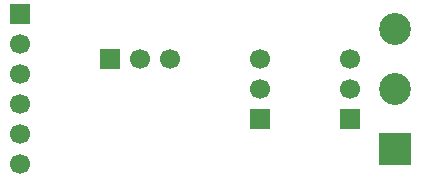
<source format=gbr>
%TF.GenerationSoftware,Altium Limited,Altium Designer,21.3.0 (21)*%
G04 Layer_Color=255*
%FSLAX45Y45*%
%MOMM*%
%TF.SameCoordinates,FC24DA46-C209-461C-A341-196A143AB96F*%
%TF.FilePolarity,Positive*%
%TF.FileFunction,Pads,Bot*%
%TF.Part,Single*%
G01*
G75*
%TA.AperFunction,ComponentPad*%
%ADD21C,1.70000*%
%ADD22R,1.70000X1.70000*%
%ADD23R,2.70000X2.70000*%
%ADD24C,2.70000*%
%ADD25R,1.70000X1.70000*%
D21*
X22860001Y19177000D02*
D03*
Y19431000D02*
D03*
Y19685001D02*
D03*
Y19939000D02*
D03*
Y20192999D02*
D03*
X25654001Y20066000D02*
D03*
Y19812000D02*
D03*
X24130000Y20066000D02*
D03*
X23875999D02*
D03*
X24892000Y19812000D02*
D03*
Y20066000D02*
D03*
D22*
X22860001Y20447000D02*
D03*
X23622000Y20066000D02*
D03*
D23*
X26035001Y19303999D02*
D03*
D24*
Y19812000D02*
D03*
Y20320000D02*
D03*
D25*
X25654001Y19558000D02*
D03*
X24892000D02*
D03*
%TF.MD5,4489cf27298ad8b616e9f6d783c2a268*%
M02*

</source>
